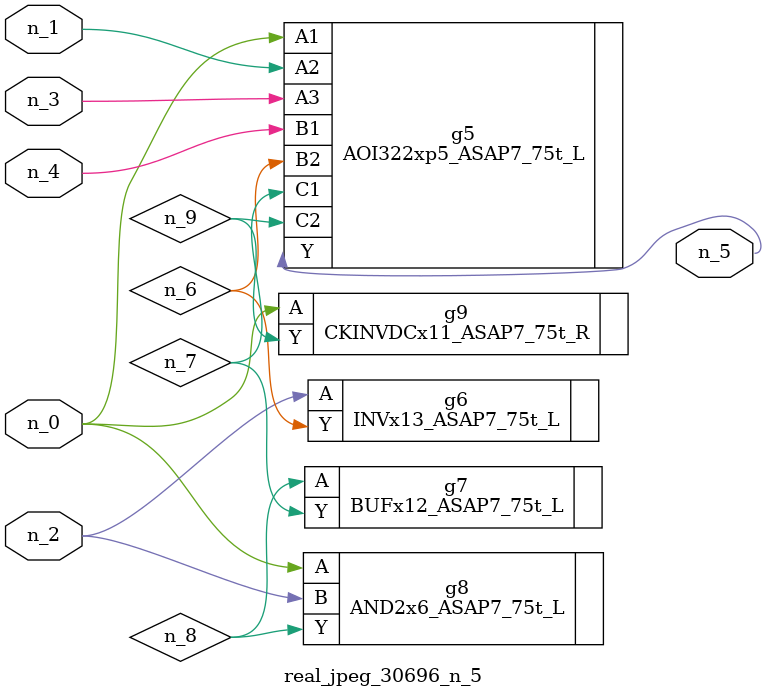
<source format=v>
module real_jpeg_30696_n_5 (n_4, n_0, n_1, n_2, n_3, n_5);

input n_4;
input n_0;
input n_1;
input n_2;
input n_3;

output n_5;

wire n_8;
wire n_6;
wire n_7;
wire n_9;

AOI322xp5_ASAP7_75t_L g5 ( 
.A1(n_0),
.A2(n_1),
.A3(n_3),
.B1(n_4),
.B2(n_6),
.C1(n_7),
.C2(n_9),
.Y(n_5)
);

AND2x6_ASAP7_75t_L g8 ( 
.A(n_0),
.B(n_2),
.Y(n_8)
);

CKINVDCx11_ASAP7_75t_R g9 ( 
.A(n_0),
.Y(n_9)
);

INVx13_ASAP7_75t_L g6 ( 
.A(n_2),
.Y(n_6)
);

BUFx12_ASAP7_75t_L g7 ( 
.A(n_8),
.Y(n_7)
);


endmodule
</source>
